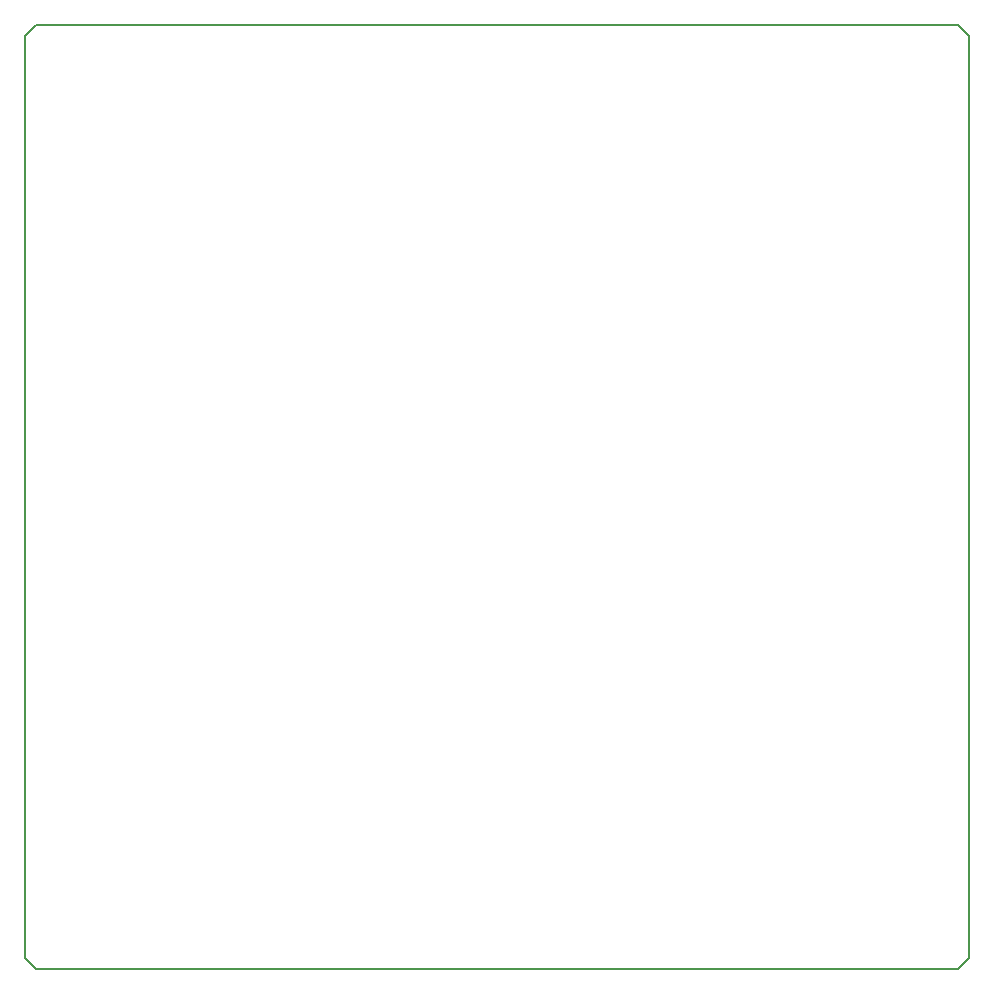
<source format=gbr>
G04 #@! TF.GenerationSoftware,KiCad,Pcbnew,(5.0.1)-3*
G04 #@! TF.CreationDate,2020-07-01T10:05:05+02:00*
G04 #@! TF.ProjectId,alim winterfell,616C696D2077696E74657266656C6C2E,rev?*
G04 #@! TF.SameCoordinates,PX632eb2cPY5b8d544*
G04 #@! TF.FileFunction,Profile,NP*
%FSLAX46Y46*%
G04 Gerber Fmt 4.6, Leading zero omitted, Abs format (unit mm)*
G04 Created by KiCad (PCBNEW (5.0.1)-3) date 01/07/2020 10:05:05*
%MOMM*%
%LPD*%
G01*
G04 APERTURE LIST*
%ADD10C,0.150000*%
G04 APERTURE END LIST*
D10*
X-4000300Y-3000700D02*
X-3000300Y-4000700D01*
X74999700Y-4000700D02*
X75999700Y-3000700D01*
X74999700Y75999300D02*
X75999700Y74999300D01*
X-4000300Y74999300D02*
X-3000300Y75999300D01*
X74999700Y75999300D02*
X-3000300Y75999300D01*
X75999700Y-3000700D02*
X75999700Y74999300D01*
X-3000300Y-4000700D02*
X74999700Y-4000700D01*
X-4000300Y74999300D02*
X-4000300Y-3000700D01*
M02*

</source>
